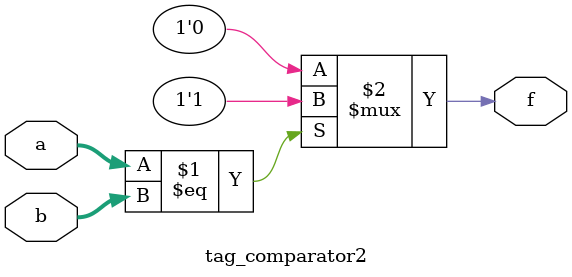
<source format=sv>
module tag_comparator2 #(parameter width = 24)(
    input logic[width-1:0] a,
    input logic[width-1:0] b,
    output logic f
    );

assign f = (a == b) ? 1'b1 : 1'b0;

endmodule

</source>
